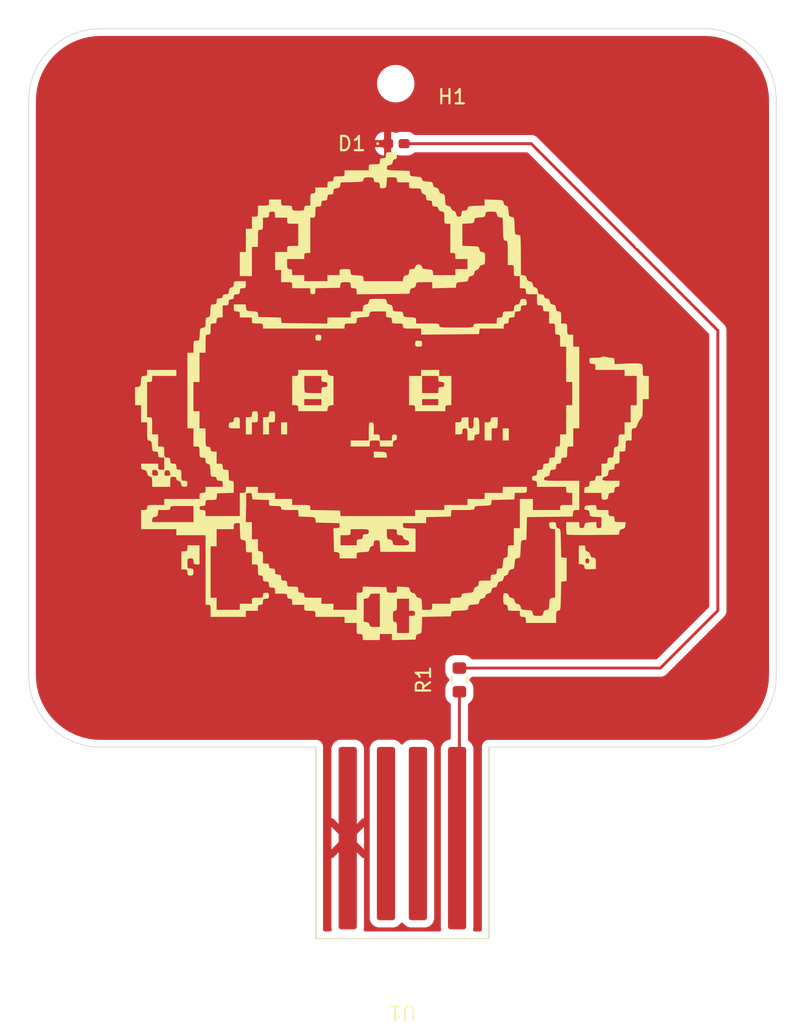
<source format=kicad_pcb>
(kicad_pcb (version 20241229) (generator "pcbnew") (generator_version "9.0")
  (layers (0 "F.Cu" signal) (2 "B.Cu" signal) (13 "F.Paste" user) (15 "B.Paste" user) (5 "F.SilkS" user "F.Silkscreen") (7 "B.SilkS" user "B.Silkscreen") (1 "F.Mask" user) (3 "B.Mask" user) (25 "Edge.Cuts" user))
  (net 0 "")
  (net 1 "Net-(D1-A)")
  (net 2 "GND")
  (net 3 "Net-(U1-Vcc)")
  (footprint "LED_SMD:LED_0402_1005Metric_Pad0.77x0.64mm_HandSolder" (layer "F.Cu") (at 163.542795 69.161792)
    (property "Reference" "D1" (at -3.0725 0 0) (layer "F.SilkS"))
    (property "Value" "LED_BLUE" (hide yes))
    (pad "1" smd roundrect (at -0.5725 0) (size 0.765 0.64) (layers "F.Cu" "F.Mask" "F.Paste") (net 2 "GND"))
    (pad "2" smd roundrect (at 0.5725 0) (size 0.765 0.64) (layers "F.Cu" "F.Mask" "F.Paste") (net 1 "Net-(D1-A)"))
  )
  (footprint "Library:USB_A_Male" (layer "F.Cu") (at 164 117.1825 180)
    (property "Reference" "U1" (at 0 -12.5 180) (layer "F.SilkS") (effects (font (thickness 0.1))))
    (property "Value" "~")
    (pad "1" smd roundrect (at -3.81 -0.3175 180) (size 1.27 12.7) (layers "F.Cu" "F.Mask" "F.Paste") (roundrect_rratio 0.15) (net 3 "Net-(U1-Vcc)"))
    (pad "2" smd roundrect (at -1.0795 0 180) (size 1.27 12.065) (layers "F.Cu" "F.Mask" "F.Paste") (roundrect_rratio 0.15))
    (pad "3" smd roundrect (at 1.143 0 180) (size 1.27 12.065) (layers "F.Cu" "F.Mask" "F.Paste") (roundrect_rratio 0.15))
    (pad "4" smd roundrect (at 3.81 -0.3175 180) (size 1.27 12.7) (layers "F.Cu" "F.Mask" "F.Paste") (roundrect_rratio 0.15) (net 2 "GND"))
  )
  (footprint "MountingHole:MountingHole_2.1mm" (layer "F.Cu") (at 163.535295 64.985 180)
    (property "Reference" "H1" (at -3.935 -0.915429 0) (layer "F.SilkS"))
    (property "Value" "MountingHole")
    (pad "" np_thru_hole circle (at 0 0 180) (size 2.1 2.1) (drill 2.1) (layers "*.Cu" "*.Mask"))
  )
  (footprint "Resistor_SMD:R_0603_1608Metric" (layer "F.Cu") (at 167.970295 106.486792 90)
    (property "Reference" "R1" (at 0 -2.5 90) (layer "F.SilkS"))
    (property "Value" "R" (hide yes))
    (pad "1" smd roundrect (at -0.825 0 90) (size 0.8 0.95) (layers "F.Cu" "F.Mask" "F.Paste") (net 3 "Net-(U1-Vcc)"))
    (pad "2" smd roundrect (at 0.825 0 90) (size 0.8 0.95) (layers "F.Cu" "F.Mask" "F.Paste") (net 1 "Net-(D1-A)"))
  )
  (footprint "Library:chiikawa" (layer "F.Cu") (at 161.970295 86.661792)
    (property "Reference" "G***" (hide yes))
    (property "Value" "LOGO" (hide yes))
  )
  (gr_arc (start 142.970295 111.161792) (mid 139.434767 109.697324) (end 137.970295 106.161792) (stroke (width 0.05)) (layer "Edge.Cuts"))
  (gr_arc (start 137.970295 66.161792) (mid 139.434764 62.626261) (end 142.970295 61.161792) (stroke (width 0.05)) (layer "Edge.Cuts"))
  (gr_line (start 170.035295 111.161792) (end 185.035295 111.161792) (stroke (width 0.05)) (layer "Edge.Cuts"))
  (gr_line (start 190.035295 106.161792) (end 190.035295 66.161792) (stroke (width 0.05)) (layer "Edge.Cuts"))
  (gr_arc (start 185.035295 61.161792) (mid 188.570835 62.626256) (end 190.035295 66.161792) (stroke (width 0.05)) (layer "Edge.Cuts"))
  (gr_line (start 142.970295 111.161792) (end 157.970295 111.161792) (stroke (width 0.05)) (layer "Edge.Cuts"))
  (gr_line (start 170.035295 124.496792) (end 170.035295 111.161792) (stroke (width 0.05)) (layer "Edge.Cuts"))
  (gr_line (start 185.035295 61.161792) (end 142.970295 61.161792) (stroke (width 0.05)) (layer "Edge.Cuts"))
  (gr_line (start 170.035295 124.496792) (end 157.970295 124.496792) (stroke (width 0.05)) (layer "Edge.Cuts"))
  (gr_line (start 137.970295 66.161792) (end 137.970295 106.161792) (stroke (width 0.05)) (layer "Edge.Cuts"))
  (gr_line (start 157.970295 124.496792) (end 157.970295 111.161792) (stroke (width 0.05)) (layer "Edge.Cuts"))
  (gr_arc (start 190.035295 106.161792) (mid 188.570831 109.697329) (end 185.035295 111.161792) (stroke (width 0.05)) (layer "Edge.Cuts"))
  (segment (start 185.970295 82.161792) (end 185.970295 101.661792) (width 0.2) (layer "F.Cu") (net 1))
  (segment (start 181.970295 105.661792) (end 167.970295 105.661792) (width 0.2) (layer "F.Cu") (net 1))
  (segment (start 172.970295 69.161792) (end 185.970295 82.161792) (width 0.2) (layer "F.Cu") (net 1))
  (segment (start 164.115295 69.161792) (end 172.970295 69.161792) (width 0.2) (layer "F.Cu") (net 1))
  (segment (start 185.970295 101.661792) (end 181.970295 105.661792) (width 0.2) (layer "F.Cu") (net 1))
  (segment (start 167.970295 117.339705) (end 167.81 117.5) (width 0.2) (layer "F.Cu") (net 3))
  (segment (start 167.970295 107.311792) (end 167.970295 117.339705) (width 0.2) (layer "F.Cu") (net 3))
  (zone (net 2) (net_name "GND") (layer "F.Cu") (connect_pads (clearance 0.5)) (min_thickness 0.25) (fill yes (thermal_gap 0.5) (thermal_bridge_width 0.5))
    (polygon (pts (xy 136.470295 59.161792) (xy 135.970295 112.661792) (xy 155.970295 112.661792) (xy 155.970295 125.661792) (xy 171.470295 125.661792) (xy 171.470295 112.161792) (xy 192.470295 112.161792) (xy 191.970295 59.661792)))
  )
)
</source>
